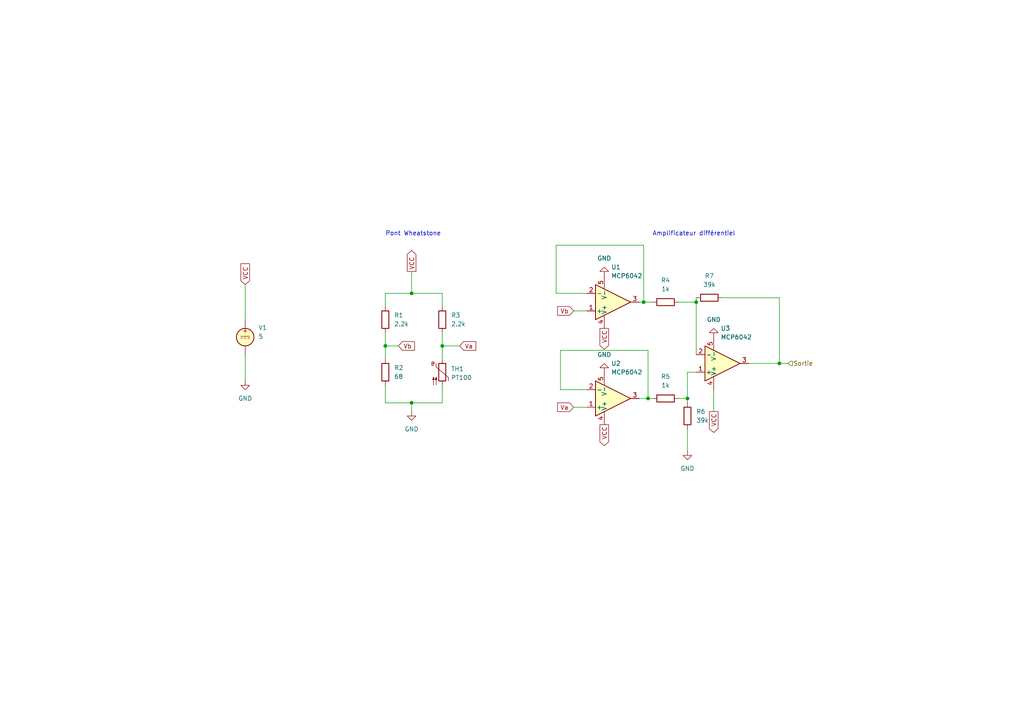
<source format=kicad_sch>
(kicad_sch (version 20211123) (generator eeschema)
  (paper "A4")
  (title_block (title "RTD PT100 - Circuit d'adaptation") (date "2022-03-09") (rev "0.1") (company "ÉTS - PFE HIVER 2022 - ELE795") (comment 1 "NASRI, Mahan") (comment 2 "CASTILLO-GONSALEZ, Eric") (comment 3 "CAUBEL, Olivier") (comment 4 "LAFRAMBOISE, Alexis"))
  (lib_symbols
    (symbol "Device:R" (pin_numbers hide) (pin_names (offset 0))
      (property "Reference" "R" (at 2.032 0 90))
      (property "Value" "R" (at 0 0 90))
      (symbol "R_0_1"
        (rectangle (start -1.016 -2.54) (end 1.016 2.54) (stroke (width 0.254)))
      )
      (symbol "R_1_1"
        (pin passive line (at 0 3.81 270) (length 1.27) (name "~") (number "1"))
        (pin passive line (at 0 -3.81 90) (length 1.27) (name "~") (number "2"))
      )
    )
    (symbol "Sensor_Temperature:PT100" (pin_numbers hide) (pin_names (offset 0))
      (property "Reference" "TH" (at -4.445 0 90))
      (property "Value" "PT100" (at 3.175 0 90))
      (symbol "PT100_0_1"
        (arc (start -3.048 2.159) (mid -3.0505 2.3165) (end -3.175 2.413))
        (arc (start -3.048 2.159) (mid -2.9736 1.9794) (end -2.794 1.905))
        (arc (start -3.048 2.794) (mid -2.9736 2.6144) (end -2.794 2.54))
        (arc (start -2.794 1.905) (mid -2.6144 1.9794) (end -2.54 2.159))
        (arc (start -2.794 2.54) (mid -2.434 2.5608) (end -2.159 2.794))
        (arc (start -2.794 3.048) (mid -2.9736 2.9736) (end -3.048 2.794))
        (arc (start -2.54 2.794) (mid -2.6144 2.9736) (end -2.794 3.048))
        (rectangle (start -1.016 2.54) (end 1.016 -2.54) (stroke (width 0.254)))
        (polyline (pts (xy -2.54 2.159) (xy -2.54 2.794)))
        (polyline (pts (xy -1.778 2.54) (xy -1.778 1.524) (xy 1.778 -1.524) (xy 1.778 -2.54)))
        (polyline (pts (xy -2.54 -3.683) (xy -2.54 -1.397) (xy -2.794 -2.159) (xy -2.286 -2.159) (xy -2.54 -1.397) (xy -2.54 -1.651)) (fill (type outline)))
        (polyline (pts (xy -1.778 -3.683) (xy -1.778 -1.397) (xy -2.032 -2.159) (xy -1.524 -2.159) (xy -1.778 -1.397) (xy -1.778 -1.651)) (fill (type outline)))
      )
      (symbol "PT100_1_1"
        (pin passive line (at 0 3.81 270) (length 1.27) (name "~") (number "1"))
        (pin passive line (at 0 -3.81 90) (length 1.27) (name "~") (number "2"))
      )
    )
    (symbol "Simulation_SPICE:VDC" (pin_numbers hide) (pin_names (offset 0.0254))
      (property "Reference" "V" (at 2.54 2.54 0))
      (property "Value" "VDC" (at 2.54 0 0))
      (property "Spice_Model" "dc(1)" (at 2.54 -2.54 0))
      (symbol "VDC_0_0"
        (polyline (pts (xy -1.27 0.254) (xy 1.27 0.254)))
        (polyline (pts (xy -0.762 -0.254) (xy -1.27 -0.254)))
        (polyline (pts (xy 0.254 -0.254) (xy -0.254 -0.254)))
        (polyline (pts (xy 1.27 -0.254) (xy 0.762 -0.254)))
        (text "+" (at 0 1.905 0) (effects (font (size 1.27 1.27))))
      )
      (symbol "VDC_0_1"
        (circle (center 0 0) (radius 2.54) (stroke (width 0.254)) (fill (type background)))
      )
      (symbol "VDC_1_1"
        (pin passive line (at 0 5.08 270) (length 2.54) (name "~") (number "1"))
        (pin passive line (at 0 -5.08 90) (length 2.54) (name "~") (number "2"))
      )
    )
    (symbol "power:GND" (power) (pin_names (offset 0))
      (property "Value" "GND" (at 0 -3.81 0))
      (symbol "GND_0_1"
        (polyline (pts (xy 0 0) (xy 0 -1.27) (xy 1.27 -1.27) (xy 0 -2.54) (xy -1.27 -1.27) (xy 0 -1.27)))
      )
      (symbol "GND_1_1"
        (pin power_in line (at 0 0 270) (length 0) hide (name "GND") (number "1"))
      )
    )
    (symbol "pspice:OPAMP" (pin_names (offset 0.254))
      (property "Reference" "U" (at 3.81 3.175 0))
      (property "Value" "OPAMP" (at 3.81 -3.175 0))
      (symbol "OPAMP_0_1"
        (polyline (pts (xy 5.08 0) (xy -5.08 5.08) (xy -5.08 -5.08) (xy 5.08 0)) (stroke (width 0.254)) (fill (type background)))
      )
      (symbol "OPAMP_1_1"
        (pin input line (at -7.62 2.54 0) (length 2.54) (name "+") (number "1"))
        (pin input line (at -7.62 -2.54 0) (length 2.54) (name "-") (number "2"))
        (pin output line (at 7.62 0 180) (length 2.54) (name "~") (number "3"))
        (pin power_in line (at -2.54 7.62 270) (length 3.81) (name "V+") (number "4"))
        (pin power_in line (at -2.54 -7.62 90) (length 3.81) (name "V-") (number "5"))
      )
    )
  )
  (junction (at 119.38 116.84))
  (junction (at 111.76 100.33))
  (junction (at 226.06 105.41))
  (junction (at 199.39 115.57))
  (junction (at 201.93 87.63))
  (junction (at 128.27 100.33))
  (junction (at 119.38 85.09))
  (junction (at 187.96 115.57))
  (junction (at 186.69 87.63))
  (wire (pts (xy 119.38 85.09) (xy 128.27 85.09)))
  (wire (pts (xy 196.85 115.57) (xy 199.39 115.57)))
  (wire (pts (xy 128.27 116.84) (xy 119.38 116.84)))
  (wire (pts (xy 111.76 85.09) (xy 111.76 88.9)))
  (wire (pts (xy 111.76 100.33) (xy 115.57 100.33)))
  (wire (pts (xy 199.39 107.95) (xy 201.93 107.95)))
  (wire (pts (xy 186.69 71.12) (xy 161.29 71.12)))
  (wire (pts (xy 199.39 107.95) (xy 199.39 115.57)))
  (wire (pts (xy 71.12 82.55) (xy 71.12 92.71)))
  (wire (pts (xy 186.69 87.63) (xy 186.69 71.12)))
  (wire (pts (xy 161.29 71.12) (xy 161.29 85.09)))
  (wire (pts (xy 199.39 115.57) (xy 199.39 116.84)))
  (wire (pts (xy 162.56 101.6) (xy 162.56 113.03)))
  (wire (pts (xy 187.96 101.6) (xy 187.96 115.57)))
  (wire (pts (xy 166.37 118.11) (xy 170.18 118.11)))
  (wire (pts (xy 209.55 86.36) (xy 226.06 86.36)))
  (wire (pts (xy 128.27 100.33) (xy 128.27 104.14)))
  (wire (pts (xy 119.38 119.38) (xy 119.38 116.84)))
  (wire (pts (xy 166.37 90.17) (xy 170.18 90.17)))
  (wire (pts (xy 226.06 105.41) (xy 228.6 105.41)))
  (wire (pts (xy 201.93 86.36) (xy 201.93 87.63)))
  (wire (pts (xy 111.76 85.09) (xy 119.38 85.09)))
  (wire (pts (xy 111.76 111.76) (xy 111.76 116.84)))
  (wire (pts (xy 128.27 100.33) (xy 133.35 100.33)))
  (wire (pts (xy 119.38 78.74) (xy 119.38 85.09)))
  (wire (pts (xy 187.96 101.6) (xy 162.56 101.6)))
  (wire (pts (xy 128.27 85.09) (xy 128.27 88.9)))
  (wire (pts (xy 162.56 113.03) (xy 170.18 113.03)))
  (wire (pts (xy 226.06 86.36) (xy 226.06 105.41)))
  (wire (pts (xy 201.93 87.63) (xy 201.93 102.87)))
  (wire (pts (xy 196.85 87.63) (xy 201.93 87.63)))
  (wire (pts (xy 161.29 85.09) (xy 170.18 85.09)))
  (wire (pts (xy 207.01 119.38) (xy 207.01 113.03)))
  (wire (pts (xy 199.39 124.46) (xy 199.39 130.81)))
  (wire (pts (xy 186.69 87.63) (xy 189.23 87.63)))
  (wire (pts (xy 185.42 87.63) (xy 186.69 87.63)))
  (wire (pts (xy 119.38 116.84) (xy 111.76 116.84)))
  (wire (pts (xy 187.96 115.57) (xy 189.23 115.57)))
  (wire (pts (xy 71.12 102.87) (xy 71.12 110.49)))
  (wire (pts (xy 128.27 111.76) (xy 128.27 116.84)))
  (wire (pts (xy 111.76 96.52) (xy 111.76 100.33)))
  (wire (pts (xy 226.06 105.41) (xy 217.17 105.41)))
  (wire (pts (xy 128.27 96.52) (xy 128.27 100.33)))
  (wire (pts (xy 187.96 115.57) (xy 185.42 115.57)))
  (wire (pts (xy 111.76 100.33) (xy 111.76 104.14)))
  (text "Pont Wheatstone" (at 111.76 68.58 0) (effects (font (size 1.27 1.27)) (justify left bottom)))
  (text "Amplificateur différentiel" (at 189.23 68.58 0) (effects (font (size 1.27 1.27)) (justify left bottom)))
  (global_label "VCC" (shape input) (at 71.12 82.55 90) (property "Intersheet References" "${INTERSHEET_REFS}" (effects hide)))
  (global_label "Vb" (shape input) (at 115.57 100.33 0) (property "Intersheet References" "${INTERSHEET_REFS}" (effects hide)))
  (global_label "VCC" (shape output) (at 175.26 123.19 270) (property "Intersheet References" "${INTERSHEET_REFS}" (effects hide)))
  (global_label "Va" (shape input) (at 133.35 100.33 0) (property "Intersheet References" "${INTERSHEET_REFS}" (effects hide)))
  (global_label "VCC" (shape output) (at 207.01 119.38 270) (property "Intersheet References" "${INTERSHEET_REFS}" (effects hide)))
  (global_label "VCC" (shape output) (at 175.26 95.25 270) (property "Intersheet References" "${INTERSHEET_REFS}" (effects hide)))
  (global_label "VCC" (shape output) (at 119.38 78.74 90) (property "Intersheet References" "${INTERSHEET_REFS}" (effects hide)))
  (global_label "Va" (shape input) (at 166.37 118.11 180) (property "Intersheet References" "${INTERSHEET_REFS}" (effects hide)))
  (global_label "Vb" (shape input) (at 166.37 90.17 180) (property "Intersheet References" "${INTERSHEET_REFS}" (effects hide)))
  (hierarchical_label "Sortie" (shape input) (at 228.6 105.41 0))
  (symbol (lib_id "power:GND") (at 71.12 110.49 0) (unit 1)
    (property "Reference" "#PWR01" (effects hide))
    (property "Value" "GND" (at 71.12 115.57 0))
  )
  (symbol (lib_id "power:GND") (at 119.38 119.38 0) (unit 1)
    (property "Reference" "#PWR02" (effects hide))
    (property "Value" "GND" (at 119.38 124.46 0))
  )
  (symbol (lib_id "Device:R") (at 205.74 86.36 90) (unit 1)
    (property "Reference" "R7" (at 205.74 80.01 90))
    (property "Value" "39k" (at 205.74 82.55 90))
  )
  (symbol (lib_id "pspice:OPAMP") (at 177.8 115.57 0) (mirror x) (unit 1)
    (property "Reference" "U2" (at 177.2794 105.41 0) (effects (justify left)))
    (property "Value" "MCP6042" (at 177.2794 107.95 0) (effects (justify left)))
    (property "Spice_Primitive" "X" (effects hide))
    (property "Spice_Model" "MCP6041" (effects hide))
    (property "Spice_Netlist_Enabled" "Y" (effects hide))
    (property "Spice_Lib_File" "MCP604x/MCP6041.txt" (effects hide))
    (property "Spice_Node_Sequence" "1  2 4 5 3" (effects hide))
  )
  (symbol (lib_id "Device:R") (at 193.04 115.57 90) (unit 1)
    (property "Reference" "R5" (at 193.04 109.22 90))
    (property "Value" "1k" (at 193.04 111.76 90))
  )
  (symbol (lib_id "power:GND") (at 207.01 97.79 180) (unit 1)
    (property "Reference" "#PWR06" (effects hide))
    (property "Value" "GND" (at 207.01 92.71 0))
  )
  (symbol (lib_id "pspice:OPAMP") (at 177.8 87.63 0) (mirror x) (unit 1)
    (property "Reference" "U1" (at 177.2794 77.47 0) (effects (justify left)))
    (property "Value" "MCP6042" (at 177.2794 80.01 0) (effects (justify left)))
    (property "Spice_Primitive" "X" (effects hide))
    (property "Spice_Model" "MCP6041" (effects hide))
    (property "Spice_Netlist_Enabled" "Y" (effects hide))
    (property "Spice_Lib_File" "MCP604x/MCP6041.txt" (effects hide))
    (property "Spice_Node_Sequence" "1  2 4 5 3" (effects hide))
  )
  (symbol (lib_id "Simulation_SPICE:VDC") (at 71.12 97.79 0) (unit 1)
    (property "Reference" "V1" (at 74.93 95.0601 0) (effects (justify left)))
    (property "Value" "5v" (at 74.93 97.6001 0) (effects (justify left)))
    (property "Spice_Netlist_Enabled" "Y" (effects hide))
    (property "Spice_Primitive" "V" (effects hide))
    (property "Spice_Model" "dc(5)" (at 74.93 100.1401 0) (effects (justify left)))
  )
  (symbol (lib_id "power:GND") (at 175.26 80.01 180) (unit 1)
    (property "Reference" "#PWR03" (effects hide))
    (property "Value" "GND" (at 175.26 74.93 0))
  )
  (symbol (lib_id "Device:R") (at 193.04 87.63 90) (unit 1)
    (property "Reference" "R4" (at 193.04 81.28 90))
    (property "Value" "1k" (at 193.04 83.82 90))
  )
  (symbol (lib_id "Device:R") (at 111.76 107.95 0) (unit 1)
    (property "Reference" "R2" (at 114.3 106.6799 0) (effects (justify left)))
    (property "Value" "68" (at 114.3 109.2199 0) (effects (justify left)))
  )
  (symbol (lib_id "Device:R") (at 111.76 92.71 0) (unit 1)
    (property "Reference" "R1" (at 114.3 91.4399 0) (effects (justify left)))
    (property "Value" "2.2k" (at 114.3 93.9799 0) (effects (justify left)))
  )
  (symbol (lib_id "pspice:OPAMP") (at 209.55 105.41 0) (mirror x) (unit 1)
    (property "Reference" "U3" (at 209.0294 95.25 0) (effects (justify left)))
    (property "Value" "MCP6042" (at 209.0294 97.79 0) (effects (justify left)))
    (property "Spice_Primitive" "X" (effects hide))
    (property "Spice_Model" "MCP6041" (effects hide))
    (property "Spice_Netlist_Enabled" "Y" (effects hide))
    (property "Spice_Lib_File" "MCP604x/MCP6041.txt" (effects hide))
    (property "Spice_Node_Sequence" "1  2 4 5 3" (effects hide))
  )
  (symbol (lib_id "power:GND") (at 199.39 130.81 0) (unit 1)
    (property "Reference" "#PWR05" (effects hide))
    (property "Value" "GND" (at 199.39 135.89 0))
  )
  (symbol (lib_id "power:GND") (at 175.26 107.95 180) (unit 1)
    (property "Reference" "#PWR04" (effects hide))
    (property "Value" "GND" (at 175.26 102.87 0))
  )
  (symbol (lib_id "Device:R") (at 199.39 120.65 180) (unit 1)
    (property "Reference" "R6" (at 201.93 119.3799 0) (effects (justify right)))
    (property "Value" "39k" (at 201.93 121.9199 0) (effects (justify right)))
  )
  (symbol (lib_id "Device:R") (at 128.27 92.71 0) (unit 1)
    (property "Reference" "R3" (at 130.81 91.4399 0) (effects (justify left)))
    (property "Value" "2.2k" (at 130.81 93.9799 0) (effects (justify left)))
  )
  (symbol (lib_id "Sensor_Temperature:PT100") (at 128.27 107.95 0) (unit 1)
    (property "Reference" "TH1" (at 130.81 106.9974 0) (effects (justify left)))
    (property "Value" "PT100" (at 130.81 109.5374 0) (effects (justify left)))
    (property "Datasheet" "https://www.heraeus.com/media/media/group/doc_group/products_1/hst/sot_to/de_15/to_92_d.pdf" (effects hide))
  )
)
</source>
